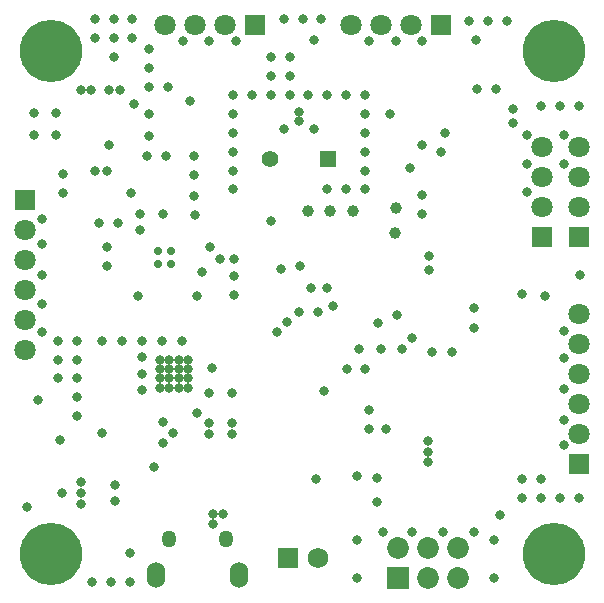
<source format=gbs>
G04*
G04 #@! TF.GenerationSoftware,Altium Limited,Altium Designer,21.7.1 (17)*
G04*
G04 Layer_Color=16711935*
%FSLAX42Y42*%
%MOMM*%
G71*
G04*
G04 #@! TF.SameCoordinates,023FFD1A-8B7E-49EE-8FAD-F7FEFAD85E63*
G04*
G04*
G04 #@! TF.FilePolarity,Negative*
G04*
G01*
G75*
%ADD61C,5.28*%
%ADD62O,1.55X2.20*%
%ADD63O,1.25X1.45*%
%ADD64C,1.80*%
%ADD65R,1.80X1.80*%
%ADD66R,1.40X1.40*%
%ADD67C,1.40*%
%ADD68R,1.80X1.80*%
%ADD69C,1.75*%
%ADD70R,1.75X1.75*%
%ADD71R,1.85X1.85*%
%ADD72C,1.85*%
%ADD73C,0.81*%
%ADD74C,0.56*%
%ADD75C,0.60*%
%ADD76C,1.00*%
%ADD77C,0.70*%
D61*
X2870Y7130D02*
D03*
X7130D02*
D03*
Y2870D02*
D03*
X2870D02*
D03*
D62*
X4461Y2700D02*
D03*
X3759D02*
D03*
D63*
X4353Y3000D02*
D03*
X3867D02*
D03*
D64*
X4344Y7350D02*
D03*
X4090D02*
D03*
X3836D02*
D03*
X2650Y5113D02*
D03*
Y5621D02*
D03*
Y5367D02*
D03*
Y4859D02*
D03*
Y4605D02*
D03*
X7030Y6322D02*
D03*
Y6068D02*
D03*
Y5814D02*
D03*
X7340Y6322D02*
D03*
Y6068D02*
D03*
Y5814D02*
D03*
X5406Y7350D02*
D03*
X5660D02*
D03*
X5914D02*
D03*
X7340Y4397D02*
D03*
Y3889D02*
D03*
Y4143D02*
D03*
Y4651D02*
D03*
Y4905D02*
D03*
D65*
X4598Y7350D02*
D03*
X6168D02*
D03*
D66*
X5214Y6220D02*
D03*
D67*
X4726D02*
D03*
D68*
X2650Y5875D02*
D03*
X7030Y5560D02*
D03*
X7340D02*
D03*
Y3635D02*
D03*
D69*
X5127Y2840D02*
D03*
D70*
X4873D02*
D03*
D71*
X5806Y2673D02*
D03*
D72*
Y2927D02*
D03*
X6060Y2673D02*
D03*
X6314D02*
D03*
X6060Y2927D02*
D03*
X6314D02*
D03*
D73*
X5710Y3930D02*
D03*
X5460Y3530D02*
D03*
X3547Y5930D02*
D03*
X5912Y6140D02*
D03*
X7210Y6420D02*
D03*
X6900D02*
D03*
X7210Y6180D02*
D03*
X6900Y5940D02*
D03*
Y6180D02*
D03*
X7210Y4760D02*
D03*
Y4530D02*
D03*
Y4270D02*
D03*
Y4010D02*
D03*
Y3800D02*
D03*
X6450Y3060D02*
D03*
X6190D02*
D03*
X5930D02*
D03*
X5680D02*
D03*
X2790Y4750D02*
D03*
Y4990D02*
D03*
Y5240D02*
D03*
Y5500D02*
D03*
Y5710D02*
D03*
X3990Y7220D02*
D03*
X4440D02*
D03*
X4210D02*
D03*
X5790D02*
D03*
X6010D02*
D03*
X5560D02*
D03*
X6640Y6810D02*
D03*
X6475D02*
D03*
X5740Y6600D02*
D03*
X6470Y7228D02*
D03*
X5100D02*
D03*
X3680Y6240D02*
D03*
X3845D02*
D03*
X2730Y6610D02*
D03*
Y6420D02*
D03*
X2910Y6610D02*
D03*
Y6420D02*
D03*
X2970Y6092D02*
D03*
Y5928D02*
D03*
X3342Y5472D02*
D03*
X2760Y4175D02*
D03*
X2950Y3838D02*
D03*
X3535Y2880D02*
D03*
X5458Y2990D02*
D03*
X6453Y4790D02*
D03*
X6450Y4958D02*
D03*
X6860Y5075D02*
D03*
X7053Y5060D02*
D03*
X6060Y3650D02*
D03*
X6060Y3740D02*
D03*
X6060Y3830D02*
D03*
X5110Y3510D02*
D03*
X6210Y6440D02*
D03*
X4890Y6920D02*
D03*
Y7080D02*
D03*
X4730Y6920D02*
D03*
Y7080D02*
D03*
X4840Y7400D02*
D03*
X7340Y3350D02*
D03*
X3535Y2640D02*
D03*
X3375D02*
D03*
X3215D02*
D03*
X4400Y4238D02*
D03*
X4210D02*
D03*
X6010Y5750D02*
D03*
Y5910D02*
D03*
X3570Y6680D02*
D03*
X3700Y6599D02*
D03*
Y6410D02*
D03*
X4220Y5470D02*
D03*
X6672Y3208D02*
D03*
X5380Y4440D02*
D03*
X7350Y5240D02*
D03*
X6860Y3350D02*
D03*
Y3510D02*
D03*
X7020D02*
D03*
X7340Y6670D02*
D03*
X7180D02*
D03*
X7020D02*
D03*
X5930Y4700D02*
D03*
X5630Y3520D02*
D03*
Y3310D02*
D03*
X6620Y2990D02*
D03*
X7020Y3350D02*
D03*
X7180D02*
D03*
X6620Y2670D02*
D03*
X5460D02*
D03*
X4149Y5260D02*
D03*
X5560Y4092D02*
D03*
Y3928D02*
D03*
X6097Y4583D02*
D03*
X6262D02*
D03*
X6780Y6640D02*
D03*
X4975Y5315D02*
D03*
X6010Y6340D02*
D03*
X6410Y7390D02*
D03*
X6570D02*
D03*
X6730D02*
D03*
X4842Y6472D02*
D03*
X4970Y6540D02*
D03*
Y6620D02*
D03*
X5097Y6472D02*
D03*
X4570Y6760D02*
D03*
X4410Y6280D02*
D03*
Y6440D02*
D03*
Y6760D02*
D03*
X5530Y6440D02*
D03*
Y5960D02*
D03*
Y6280D02*
D03*
Y6760D02*
D03*
Y6120D02*
D03*
X5370Y6760D02*
D03*
X5530Y6600D02*
D03*
X5370Y5960D02*
D03*
X5210D02*
D03*
X4410Y6120D02*
D03*
X5210Y6760D02*
D03*
X4410Y5960D02*
D03*
X5050Y6760D02*
D03*
X4890D02*
D03*
X3240Y7400D02*
D03*
X3400D02*
D03*
X3560D02*
D03*
X4410Y6600D02*
D03*
X5160Y7400D02*
D03*
X5000D02*
D03*
X3360Y6800D02*
D03*
X2670Y3270D02*
D03*
X2960Y3390D02*
D03*
X3300Y3900D02*
D03*
X3090Y4040D02*
D03*
Y4200D02*
D03*
Y4360D02*
D03*
X2930D02*
D03*
X3090Y4520D02*
D03*
X2930D02*
D03*
X3090Y4680D02*
D03*
X2930D02*
D03*
X4330Y3210D02*
D03*
X4240D02*
D03*
X4730Y5690D02*
D03*
X3400Y7080D02*
D03*
X4420Y5370D02*
D03*
X4730Y6760D02*
D03*
X4080Y6080D02*
D03*
Y6240D02*
D03*
X3120Y3390D02*
D03*
Y3300D02*
D03*
X3410Y3460D02*
D03*
Y3320D02*
D03*
X3120Y3480D02*
D03*
X3820Y3810D02*
D03*
Y3990D02*
D03*
X4110Y4070D02*
D03*
X4210Y3890D02*
D03*
X4400D02*
D03*
X3740Y3610D02*
D03*
X3900Y3900D02*
D03*
X4400Y3980D02*
D03*
X4210D02*
D03*
X3640Y4260D02*
D03*
Y4540D02*
D03*
Y4400D02*
D03*
X3790Y4520D02*
D03*
X3950Y4440D02*
D03*
X3790Y4360D02*
D03*
Y4280D02*
D03*
X4030Y4440D02*
D03*
X3870D02*
D03*
Y4280D02*
D03*
X3950D02*
D03*
X3870Y4520D02*
D03*
X4030Y4280D02*
D03*
X3950Y4520D02*
D03*
X3790Y4440D02*
D03*
X4030Y4520D02*
D03*
X3950Y4360D02*
D03*
X4030D02*
D03*
X3870D02*
D03*
X4300Y5370D02*
D03*
X4110Y5060D02*
D03*
X4088Y5742D02*
D03*
X4083Y5907D02*
D03*
X3700Y7150D02*
D03*
Y6990D02*
D03*
Y6830D02*
D03*
X3120Y6800D02*
D03*
X3210D02*
D03*
X3450D02*
D03*
X3278Y5680D02*
D03*
X3822Y5752D02*
D03*
X3620Y5750D02*
D03*
X3342Y5308D02*
D03*
X5180Y4250D02*
D03*
X3620Y5620D02*
D03*
X5070Y5130D02*
D03*
X4820Y5290D02*
D03*
X5210Y5130D02*
D03*
X5130Y4920D02*
D03*
X5260Y4970D02*
D03*
X3610Y5060D02*
D03*
X3860Y6830D02*
D03*
X4050Y6710D02*
D03*
X3400Y7240D02*
D03*
X3240D02*
D03*
X3560D02*
D03*
X3240Y6120D02*
D03*
X3340D02*
D03*
X3360Y6340D02*
D03*
X3440Y5680D02*
D03*
X3300Y4680D02*
D03*
X3470D02*
D03*
X3640D02*
D03*
X3980D02*
D03*
X3810D02*
D03*
X4230Y4450D02*
D03*
X5840Y4610D02*
D03*
X5660D02*
D03*
X6780Y6520D02*
D03*
X4970Y4920D02*
D03*
X4870Y4840D02*
D03*
X4240Y3130D02*
D03*
X4420Y5230D02*
D03*
Y5070D02*
D03*
X4780Y4750D02*
D03*
X5480Y4610D02*
D03*
X5530Y4440D02*
D03*
X5640Y4829D02*
D03*
X5800Y4900D02*
D03*
X6070Y5280D02*
D03*
Y5400D02*
D03*
X6170Y6280D02*
D03*
D74*
X3020Y6980D02*
D03*
X2660Y7130D02*
D03*
X2870Y7340D02*
D03*
Y6920D02*
D03*
X3080Y7130D02*
D03*
X3020Y7280D02*
D03*
X2720Y6980D02*
D03*
X7280D02*
D03*
X6920Y7130D02*
D03*
X7130Y7340D02*
D03*
Y6920D02*
D03*
X7340Y7130D02*
D03*
X7280Y7280D02*
D03*
X6980Y6980D02*
D03*
X7280Y2720D02*
D03*
X6920Y2870D02*
D03*
X7130Y3080D02*
D03*
Y2660D02*
D03*
X7340Y2870D02*
D03*
X7280Y3020D02*
D03*
X6980Y2720D02*
D03*
X3020D02*
D03*
X2660Y2870D02*
D03*
X2870Y3080D02*
D03*
Y2660D02*
D03*
X3080Y2870D02*
D03*
X3020Y3020D02*
D03*
X2720Y2720D02*
D03*
D75*
Y7280D02*
D03*
X6980D02*
D03*
Y3020D02*
D03*
X2720D02*
D03*
D76*
X5785Y5590D02*
D03*
X5792Y5800D02*
D03*
X5425Y5775D02*
D03*
X5235D02*
D03*
X5045D02*
D03*
D77*
X3890Y5440D02*
D03*
X3780D02*
D03*
Y5330D02*
D03*
X3890D02*
D03*
M02*

</source>
